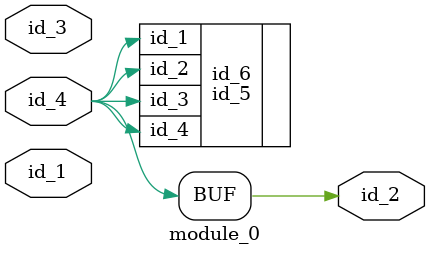
<source format=v>
module module_0 (
    id_1,
    id_2,
    id_3,
    id_4
);
  input id_4;
  input id_3;
  output id_2;
  input id_1;
  id_5 id_6 (
      .id_2(id_4),
      .id_3(1'd0),
      .id_1(id_4),
      .id_3(id_3),
      .id_1(id_2),
      .id_4(id_4),
      .id_3(id_4)
  );
  assign id_4 = id_2;
endmodule

</source>
